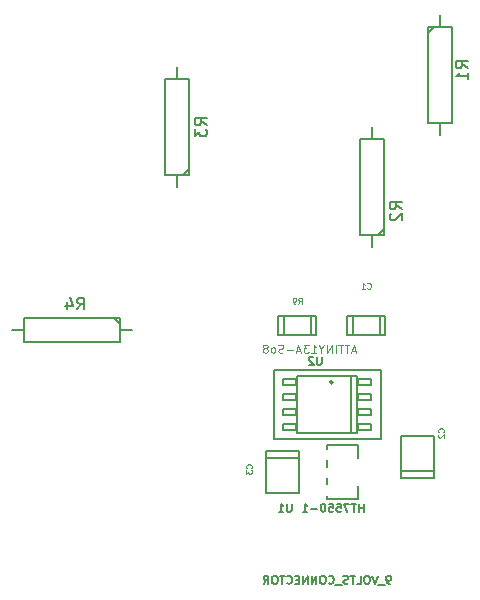
<source format=gbo>
G04 #@! TF.FileFunction,Legend,Bot*
%FSLAX46Y46*%
G04 Gerber Fmt 4.6, Leading zero omitted, Abs format (unit mm)*
G04 Created by KiCad (PCBNEW 4.0.1-stable) date 28/05/2016 22:33:24*
%MOMM*%
G01*
G04 APERTURE LIST*
%ADD10C,0.100000*%
%ADD11C,0.190500*%
%ADD12C,0.127000*%
%ADD13C,0.150000*%
%ADD14C,0.088900*%
%ADD15C,0.119380*%
%ADD16C,0.175000*%
G04 APERTURE END LIST*
D10*
D11*
X109982000Y-101854000D02*
X102171500Y-101854000D01*
X110045500Y-107696000D02*
X102171500Y-107696000D01*
X109918500Y-101854000D02*
X111188500Y-101854000D01*
X109918500Y-107696000D02*
X111188500Y-107696000D01*
X105346500Y-102362000D02*
X108902500Y-102362000D01*
X105283000Y-107188000D02*
X109093000Y-107188000D01*
X105473500Y-102362000D02*
X104140000Y-102362000D01*
X105473500Y-107188000D02*
X104140000Y-107188000D01*
X110413800Y-102626160D02*
X110413800Y-103116380D01*
X110413800Y-103116380D02*
X109313980Y-103116380D01*
X109313980Y-102626160D02*
X109313980Y-103116380D01*
X110413800Y-102626160D02*
X109313980Y-102626160D01*
X110413800Y-103896160D02*
X110413800Y-104386380D01*
X110413800Y-104386380D02*
X109313980Y-104386380D01*
X109313980Y-103896160D02*
X109313980Y-104386380D01*
X110413800Y-103896160D02*
X109313980Y-103896160D01*
X110413800Y-105163620D02*
X110413800Y-105653840D01*
X110413800Y-105653840D02*
X109313980Y-105653840D01*
X109313980Y-105163620D02*
X109313980Y-105653840D01*
X110413800Y-105163620D02*
X109313980Y-105163620D01*
X110413800Y-106433620D02*
X110413800Y-106923840D01*
X110413800Y-106923840D02*
X109313980Y-106923840D01*
X109313980Y-106433620D02*
X109313980Y-106923840D01*
X110413800Y-106433620D02*
X109313980Y-106433620D01*
X104046020Y-106433620D02*
X104046020Y-106923840D01*
X104046020Y-106923840D02*
X102946200Y-106923840D01*
X102946200Y-106433620D02*
X102946200Y-106923840D01*
X104046020Y-106433620D02*
X102946200Y-106433620D01*
X104046020Y-105163620D02*
X104046020Y-105653840D01*
X104046020Y-105653840D02*
X102946200Y-105653840D01*
X102946200Y-105163620D02*
X102946200Y-105653840D01*
X104046020Y-105163620D02*
X102946200Y-105163620D01*
X104046020Y-103896160D02*
X104046020Y-104386380D01*
X104046020Y-104386380D02*
X102946200Y-104386380D01*
X102946200Y-103896160D02*
X102946200Y-104386380D01*
X104046020Y-103896160D02*
X102946200Y-103896160D01*
X104046020Y-102626160D02*
X104046020Y-103116380D01*
X104046020Y-103116380D02*
X102946200Y-103116380D01*
X102946200Y-102626160D02*
X102946200Y-103116380D01*
X104046020Y-102626160D02*
X102946200Y-102626160D01*
X102146100Y-101876860D02*
X102146100Y-107673140D01*
X111213900Y-107673140D02*
X111213900Y-101876860D01*
X108714540Y-107172760D02*
X109214920Y-107172760D01*
X109214920Y-107172760D02*
X109214920Y-102377240D01*
X109214920Y-102377240D02*
X108714540Y-102377240D01*
X104145080Y-102377240D02*
X104145080Y-107172760D01*
X108714540Y-107172760D02*
X108714540Y-102377240D01*
X107155553Y-102870000D02*
G75*
G03X107155553Y-102870000I-158053J0D01*
G01*
D12*
X105283000Y-97231200D02*
X105283000Y-98856800D01*
X102997000Y-98856800D02*
X102997000Y-97231200D01*
X102539800Y-98856800D02*
X102539800Y-97231200D01*
X102539800Y-97231200D02*
X105740200Y-97231200D01*
X105740200Y-97231200D02*
X105740200Y-98856800D01*
X105740200Y-98856800D02*
X102539800Y-98856800D01*
X111125000Y-97231200D02*
X111125000Y-98856800D01*
X108839000Y-98856800D02*
X108839000Y-97231200D01*
X108381800Y-98856800D02*
X108381800Y-97231200D01*
X108381800Y-97231200D02*
X111582200Y-97231200D01*
X111582200Y-97231200D02*
X111582200Y-98856800D01*
X111582200Y-98856800D02*
X108381800Y-98856800D01*
X112903000Y-110426500D02*
X115697000Y-110426500D01*
X112903000Y-110998000D02*
X112903000Y-107442000D01*
X112903000Y-107442000D02*
X115697000Y-107442000D01*
X115697000Y-107442000D02*
X115697000Y-110998000D01*
X115697000Y-110998000D02*
X112903000Y-110998000D01*
D13*
X116205000Y-71755000D02*
X116205000Y-72771000D01*
X116205000Y-72771000D02*
X115189000Y-72771000D01*
X115189000Y-72771000D02*
X115189000Y-80899000D01*
X115189000Y-80899000D02*
X117221000Y-80899000D01*
X117221000Y-80899000D02*
X117221000Y-72771000D01*
X117221000Y-72771000D02*
X116205000Y-72771000D01*
X115697000Y-72771000D02*
X115189000Y-73279000D01*
X116205000Y-81915000D02*
X116205000Y-80899000D01*
X110490000Y-91440000D02*
X110490000Y-90424000D01*
X110490000Y-90424000D02*
X111506000Y-90424000D01*
X111506000Y-90424000D02*
X111506000Y-82296000D01*
X111506000Y-82296000D02*
X109474000Y-82296000D01*
X109474000Y-82296000D02*
X109474000Y-90424000D01*
X109474000Y-90424000D02*
X110490000Y-90424000D01*
X110998000Y-90424000D02*
X111506000Y-89916000D01*
X110490000Y-81280000D02*
X110490000Y-82296000D01*
X93980000Y-86360000D02*
X93980000Y-85344000D01*
X93980000Y-85344000D02*
X94996000Y-85344000D01*
X94996000Y-85344000D02*
X94996000Y-77216000D01*
X94996000Y-77216000D02*
X92964000Y-77216000D01*
X92964000Y-77216000D02*
X92964000Y-85344000D01*
X92964000Y-85344000D02*
X93980000Y-85344000D01*
X94488000Y-85344000D02*
X94996000Y-84836000D01*
X93980000Y-76200000D02*
X93980000Y-77216000D01*
X90170000Y-98425000D02*
X89154000Y-98425000D01*
X89154000Y-98425000D02*
X89154000Y-97409000D01*
X89154000Y-97409000D02*
X81026000Y-97409000D01*
X81026000Y-97409000D02*
X81026000Y-99441000D01*
X81026000Y-99441000D02*
X89154000Y-99441000D01*
X89154000Y-99441000D02*
X89154000Y-98425000D01*
X89154000Y-97917000D02*
X88646000Y-97409000D01*
X80010000Y-98425000D02*
X81026000Y-98425000D01*
D12*
X104267000Y-109283500D02*
X101473000Y-109283500D01*
X104267000Y-108712000D02*
X104267000Y-112268000D01*
X104267000Y-112268000D02*
X101473000Y-112268000D01*
X101473000Y-112268000D02*
X101473000Y-108712000D01*
X101473000Y-108712000D02*
X104267000Y-108712000D01*
D11*
X106649520Y-108491020D02*
X106649520Y-108188760D01*
X106649520Y-110091220D02*
X106649520Y-109489240D01*
X106649520Y-111490760D02*
X106649520Y-110990380D01*
X106649520Y-112791240D02*
X106649520Y-112488980D01*
X109250480Y-111688880D02*
X109250480Y-112791240D01*
X109250480Y-109291120D02*
X109250480Y-108188760D01*
X106649520Y-108188760D02*
X109250480Y-108188760D01*
X109250480Y-112791240D02*
X106649520Y-112791240D01*
D14*
X109072667Y-100192667D02*
X108739333Y-100192667D01*
X109139333Y-100392667D02*
X108906000Y-99692667D01*
X108672667Y-100392667D01*
X108539333Y-99692667D02*
X108139333Y-99692667D01*
X108339333Y-100392667D02*
X108339333Y-99692667D01*
X108006000Y-99692667D02*
X107606000Y-99692667D01*
X107806000Y-100392667D02*
X107806000Y-99692667D01*
X107372667Y-100392667D02*
X107372667Y-99692667D01*
X107039334Y-100392667D02*
X107039334Y-99692667D01*
X106639334Y-100392667D01*
X106639334Y-99692667D01*
X106172668Y-100059333D02*
X106172668Y-100392667D01*
X106406001Y-99692667D02*
X106172668Y-100059333D01*
X105939335Y-99692667D01*
X105339335Y-100392667D02*
X105739335Y-100392667D01*
X105539335Y-100392667D02*
X105539335Y-99692667D01*
X105606001Y-99792667D01*
X105672668Y-99859333D01*
X105739335Y-99892667D01*
X105106001Y-99692667D02*
X104672668Y-99692667D01*
X104906001Y-99959333D01*
X104806001Y-99959333D01*
X104739334Y-99992667D01*
X104706001Y-100026000D01*
X104672668Y-100092667D01*
X104672668Y-100259333D01*
X104706001Y-100326000D01*
X104739334Y-100359333D01*
X104806001Y-100392667D01*
X105006001Y-100392667D01*
X105072668Y-100359333D01*
X105106001Y-100326000D01*
X104406001Y-100192667D02*
X104072667Y-100192667D01*
X104472667Y-100392667D02*
X104239334Y-99692667D01*
X104006001Y-100392667D01*
X103772667Y-100126000D02*
X103239334Y-100126000D01*
X102939334Y-100359333D02*
X102839334Y-100392667D01*
X102672667Y-100392667D01*
X102606000Y-100359333D01*
X102572667Y-100326000D01*
X102539334Y-100259333D01*
X102539334Y-100192667D01*
X102572667Y-100126000D01*
X102606000Y-100092667D01*
X102672667Y-100059333D01*
X102806000Y-100026000D01*
X102872667Y-99992667D01*
X102906000Y-99959333D01*
X102939334Y-99892667D01*
X102939334Y-99826000D01*
X102906000Y-99759333D01*
X102872667Y-99726000D01*
X102806000Y-99692667D01*
X102639334Y-99692667D01*
X102539334Y-99726000D01*
X102139333Y-100392667D02*
X102206000Y-100359333D01*
X102239333Y-100326000D01*
X102272667Y-100259333D01*
X102272667Y-100059333D01*
X102239333Y-99992667D01*
X102206000Y-99959333D01*
X102139333Y-99926000D01*
X102039333Y-99926000D01*
X101972667Y-99959333D01*
X101939333Y-99992667D01*
X101906000Y-100059333D01*
X101906000Y-100259333D01*
X101939333Y-100326000D01*
X101972667Y-100359333D01*
X102039333Y-100392667D01*
X102139333Y-100392667D01*
X101506000Y-99992667D02*
X101572667Y-99959333D01*
X101606000Y-99926000D01*
X101639334Y-99859333D01*
X101639334Y-99826000D01*
X101606000Y-99759333D01*
X101572667Y-99726000D01*
X101506000Y-99692667D01*
X101372667Y-99692667D01*
X101306000Y-99726000D01*
X101272667Y-99759333D01*
X101239334Y-99826000D01*
X101239334Y-99859333D01*
X101272667Y-99926000D01*
X101306000Y-99959333D01*
X101372667Y-99992667D01*
X101506000Y-99992667D01*
X101572667Y-100026000D01*
X101606000Y-100059333D01*
X101639334Y-100126000D01*
X101639334Y-100259333D01*
X101606000Y-100326000D01*
X101572667Y-100359333D01*
X101506000Y-100392667D01*
X101372667Y-100392667D01*
X101306000Y-100359333D01*
X101272667Y-100326000D01*
X101239334Y-100259333D01*
X101239334Y-100126000D01*
X101272667Y-100059333D01*
X101306000Y-100026000D01*
X101372667Y-99992667D01*
D15*
X104223396Y-96238362D02*
X104390190Y-96000086D01*
X104509328Y-96238362D02*
X104509328Y-95737982D01*
X104318707Y-95737982D01*
X104271052Y-95761810D01*
X104247224Y-95785638D01*
X104223396Y-95833293D01*
X104223396Y-95904776D01*
X104247224Y-95952431D01*
X104271052Y-95976259D01*
X104318707Y-96000086D01*
X104509328Y-96000086D01*
X103985120Y-96238362D02*
X103889810Y-96238362D01*
X103842155Y-96214535D01*
X103818327Y-96190707D01*
X103770672Y-96119224D01*
X103746844Y-96023914D01*
X103746844Y-95833293D01*
X103770672Y-95785638D01*
X103794499Y-95761810D01*
X103842155Y-95737982D01*
X103937465Y-95737982D01*
X103985120Y-95761810D01*
X104008948Y-95785638D01*
X104032776Y-95833293D01*
X104032776Y-95952431D01*
X104008948Y-96000086D01*
X103985120Y-96023914D01*
X103937465Y-96047741D01*
X103842155Y-96047741D01*
X103794499Y-96023914D01*
X103770672Y-96000086D01*
X103746844Y-95952431D01*
X110065396Y-94920707D02*
X110089224Y-94944535D01*
X110160707Y-94968362D01*
X110208362Y-94968362D01*
X110279845Y-94944535D01*
X110327500Y-94896880D01*
X110351328Y-94849224D01*
X110375156Y-94753914D01*
X110375156Y-94682431D01*
X110351328Y-94587120D01*
X110327500Y-94539465D01*
X110279845Y-94491810D01*
X110208362Y-94467982D01*
X110160707Y-94467982D01*
X110089224Y-94491810D01*
X110065396Y-94515638D01*
X109588844Y-94968362D02*
X109874776Y-94968362D01*
X109731810Y-94968362D02*
X109731810Y-94467982D01*
X109779465Y-94539465D01*
X109827120Y-94587120D01*
X109874776Y-94610948D01*
X116510707Y-107104604D02*
X116534535Y-107080776D01*
X116558362Y-107009293D01*
X116558362Y-106961638D01*
X116534535Y-106890155D01*
X116486880Y-106842500D01*
X116439224Y-106818672D01*
X116343914Y-106794844D01*
X116272431Y-106794844D01*
X116177120Y-106818672D01*
X116129465Y-106842500D01*
X116081810Y-106890155D01*
X116057982Y-106961638D01*
X116057982Y-107009293D01*
X116081810Y-107080776D01*
X116105638Y-107104604D01*
X116105638Y-107295224D02*
X116081810Y-107319052D01*
X116057982Y-107366707D01*
X116057982Y-107485845D01*
X116081810Y-107533501D01*
X116105638Y-107557328D01*
X116153293Y-107581156D01*
X116200948Y-107581156D01*
X116272431Y-107557328D01*
X116558362Y-107271397D01*
X116558362Y-107581156D01*
D13*
X118562381Y-76287334D02*
X118086190Y-75954000D01*
X118562381Y-75715905D02*
X117562381Y-75715905D01*
X117562381Y-76096858D01*
X117610000Y-76192096D01*
X117657619Y-76239715D01*
X117752857Y-76287334D01*
X117895714Y-76287334D01*
X117990952Y-76239715D01*
X118038571Y-76192096D01*
X118086190Y-76096858D01*
X118086190Y-75715905D01*
X118562381Y-77239715D02*
X118562381Y-76668286D01*
X118562381Y-76954000D02*
X117562381Y-76954000D01*
X117705238Y-76858762D01*
X117800476Y-76763524D01*
X117848095Y-76668286D01*
X112974381Y-88225334D02*
X112498190Y-87892000D01*
X112974381Y-87653905D02*
X111974381Y-87653905D01*
X111974381Y-88034858D01*
X112022000Y-88130096D01*
X112069619Y-88177715D01*
X112164857Y-88225334D01*
X112307714Y-88225334D01*
X112402952Y-88177715D01*
X112450571Y-88130096D01*
X112498190Y-88034858D01*
X112498190Y-87653905D01*
X112069619Y-88606286D02*
X112022000Y-88653905D01*
X111974381Y-88749143D01*
X111974381Y-88987239D01*
X112022000Y-89082477D01*
X112069619Y-89130096D01*
X112164857Y-89177715D01*
X112260095Y-89177715D01*
X112402952Y-89130096D01*
X112974381Y-88558667D01*
X112974381Y-89177715D01*
X96464381Y-81113334D02*
X95988190Y-80780000D01*
X96464381Y-80541905D02*
X95464381Y-80541905D01*
X95464381Y-80922858D01*
X95512000Y-81018096D01*
X95559619Y-81065715D01*
X95654857Y-81113334D01*
X95797714Y-81113334D01*
X95892952Y-81065715D01*
X95940571Y-81018096D01*
X95988190Y-80922858D01*
X95988190Y-80541905D01*
X95464381Y-81446667D02*
X95464381Y-82065715D01*
X95845333Y-81732381D01*
X95845333Y-81875239D01*
X95892952Y-81970477D01*
X95940571Y-82018096D01*
X96035810Y-82065715D01*
X96273905Y-82065715D01*
X96369143Y-82018096D01*
X96416762Y-81970477D01*
X96464381Y-81875239D01*
X96464381Y-81589524D01*
X96416762Y-81494286D01*
X96369143Y-81446667D01*
X85510666Y-96718381D02*
X85844000Y-96242190D01*
X86082095Y-96718381D02*
X86082095Y-95718381D01*
X85701142Y-95718381D01*
X85605904Y-95766000D01*
X85558285Y-95813619D01*
X85510666Y-95908857D01*
X85510666Y-96051714D01*
X85558285Y-96146952D01*
X85605904Y-96194571D01*
X85701142Y-96242190D01*
X86082095Y-96242190D01*
X84653523Y-96051714D02*
X84653523Y-96718381D01*
X84891619Y-95670762D02*
X85129714Y-96385048D01*
X84510666Y-96385048D01*
D15*
X100254707Y-110152604D02*
X100278535Y-110128776D01*
X100302362Y-110057293D01*
X100302362Y-110009638D01*
X100278535Y-109938155D01*
X100230880Y-109890500D01*
X100183224Y-109866672D01*
X100087914Y-109842844D01*
X100016431Y-109842844D01*
X99921120Y-109866672D01*
X99873465Y-109890500D01*
X99825810Y-109938155D01*
X99801982Y-110009638D01*
X99801982Y-110057293D01*
X99825810Y-110128776D01*
X99849638Y-110152604D01*
X99801982Y-110319397D02*
X99801982Y-110629156D01*
X99992603Y-110462363D01*
X99992603Y-110533845D01*
X100016431Y-110581501D01*
X100040259Y-110605328D01*
X100087914Y-110629156D01*
X100207052Y-110629156D01*
X100254707Y-110605328D01*
X100278535Y-110581501D01*
X100302362Y-110533845D01*
X100302362Y-110390880D01*
X100278535Y-110343224D01*
X100254707Y-110319397D01*
D16*
X103657333Y-113154667D02*
X103657333Y-113721333D01*
X103624000Y-113788000D01*
X103590667Y-113821333D01*
X103524000Y-113854667D01*
X103390667Y-113854667D01*
X103324000Y-113821333D01*
X103290667Y-113788000D01*
X103257333Y-113721333D01*
X103257333Y-113154667D01*
X102557334Y-113854667D02*
X102957334Y-113854667D01*
X102757334Y-113854667D02*
X102757334Y-113154667D01*
X102824000Y-113254667D01*
X102890667Y-113321333D01*
X102957334Y-113354667D01*
X111996665Y-119950667D02*
X111863332Y-119950667D01*
X111796665Y-119917333D01*
X111763332Y-119884000D01*
X111696665Y-119784000D01*
X111663332Y-119650667D01*
X111663332Y-119384000D01*
X111696665Y-119317333D01*
X111729998Y-119284000D01*
X111796665Y-119250667D01*
X111929998Y-119250667D01*
X111996665Y-119284000D01*
X112029998Y-119317333D01*
X112063332Y-119384000D01*
X112063332Y-119550667D01*
X112029998Y-119617333D01*
X111996665Y-119650667D01*
X111929998Y-119684000D01*
X111796665Y-119684000D01*
X111729998Y-119650667D01*
X111696665Y-119617333D01*
X111663332Y-119550667D01*
X111529998Y-120017333D02*
X110996665Y-120017333D01*
X110929998Y-119250667D02*
X110696665Y-119950667D01*
X110463332Y-119250667D01*
X110096665Y-119250667D02*
X109963332Y-119250667D01*
X109896665Y-119284000D01*
X109829998Y-119350667D01*
X109796665Y-119484000D01*
X109796665Y-119717333D01*
X109829998Y-119850667D01*
X109896665Y-119917333D01*
X109963332Y-119950667D01*
X110096665Y-119950667D01*
X110163332Y-119917333D01*
X110229998Y-119850667D01*
X110263332Y-119717333D01*
X110263332Y-119484000D01*
X110229998Y-119350667D01*
X110163332Y-119284000D01*
X110096665Y-119250667D01*
X109163332Y-119950667D02*
X109496665Y-119950667D01*
X109496665Y-119250667D01*
X109029998Y-119250667D02*
X108629998Y-119250667D01*
X108829998Y-119950667D02*
X108829998Y-119250667D01*
X108429999Y-119917333D02*
X108329999Y-119950667D01*
X108163332Y-119950667D01*
X108096665Y-119917333D01*
X108063332Y-119884000D01*
X108029999Y-119817333D01*
X108029999Y-119750667D01*
X108063332Y-119684000D01*
X108096665Y-119650667D01*
X108163332Y-119617333D01*
X108296665Y-119584000D01*
X108363332Y-119550667D01*
X108396665Y-119517333D01*
X108429999Y-119450667D01*
X108429999Y-119384000D01*
X108396665Y-119317333D01*
X108363332Y-119284000D01*
X108296665Y-119250667D01*
X108129999Y-119250667D01*
X108029999Y-119284000D01*
X107896665Y-120017333D02*
X107363332Y-120017333D01*
X106796665Y-119884000D02*
X106829999Y-119917333D01*
X106929999Y-119950667D01*
X106996665Y-119950667D01*
X107096665Y-119917333D01*
X107163332Y-119850667D01*
X107196665Y-119784000D01*
X107229999Y-119650667D01*
X107229999Y-119550667D01*
X107196665Y-119417333D01*
X107163332Y-119350667D01*
X107096665Y-119284000D01*
X106996665Y-119250667D01*
X106929999Y-119250667D01*
X106829999Y-119284000D01*
X106796665Y-119317333D01*
X106363332Y-119250667D02*
X106229999Y-119250667D01*
X106163332Y-119284000D01*
X106096665Y-119350667D01*
X106063332Y-119484000D01*
X106063332Y-119717333D01*
X106096665Y-119850667D01*
X106163332Y-119917333D01*
X106229999Y-119950667D01*
X106363332Y-119950667D01*
X106429999Y-119917333D01*
X106496665Y-119850667D01*
X106529999Y-119717333D01*
X106529999Y-119484000D01*
X106496665Y-119350667D01*
X106429999Y-119284000D01*
X106363332Y-119250667D01*
X105763332Y-119950667D02*
X105763332Y-119250667D01*
X105363332Y-119950667D01*
X105363332Y-119250667D01*
X105029999Y-119950667D02*
X105029999Y-119250667D01*
X104629999Y-119950667D01*
X104629999Y-119250667D01*
X104296666Y-119584000D02*
X104063333Y-119584000D01*
X103963333Y-119950667D02*
X104296666Y-119950667D01*
X104296666Y-119250667D01*
X103963333Y-119250667D01*
X103263333Y-119884000D02*
X103296667Y-119917333D01*
X103396667Y-119950667D01*
X103463333Y-119950667D01*
X103563333Y-119917333D01*
X103630000Y-119850667D01*
X103663333Y-119784000D01*
X103696667Y-119650667D01*
X103696667Y-119550667D01*
X103663333Y-119417333D01*
X103630000Y-119350667D01*
X103563333Y-119284000D01*
X103463333Y-119250667D01*
X103396667Y-119250667D01*
X103296667Y-119284000D01*
X103263333Y-119317333D01*
X103063333Y-119250667D02*
X102663333Y-119250667D01*
X102863333Y-119950667D02*
X102863333Y-119250667D01*
X102296667Y-119250667D02*
X102163334Y-119250667D01*
X102096667Y-119284000D01*
X102030000Y-119350667D01*
X101996667Y-119484000D01*
X101996667Y-119717333D01*
X102030000Y-119850667D01*
X102096667Y-119917333D01*
X102163334Y-119950667D01*
X102296667Y-119950667D01*
X102363334Y-119917333D01*
X102430000Y-119850667D01*
X102463334Y-119717333D01*
X102463334Y-119484000D01*
X102430000Y-119350667D01*
X102363334Y-119284000D01*
X102296667Y-119250667D01*
X101296667Y-119950667D02*
X101530001Y-119617333D01*
X101696667Y-119950667D02*
X101696667Y-119250667D01*
X101430001Y-119250667D01*
X101363334Y-119284000D01*
X101330001Y-119317333D01*
X101296667Y-119384000D01*
X101296667Y-119484000D01*
X101330001Y-119550667D01*
X101363334Y-119584000D01*
X101430001Y-119617333D01*
X101696667Y-119617333D01*
X106197333Y-100708667D02*
X106197333Y-101275333D01*
X106164000Y-101342000D01*
X106130667Y-101375333D01*
X106064000Y-101408667D01*
X105930667Y-101408667D01*
X105864000Y-101375333D01*
X105830667Y-101342000D01*
X105797333Y-101275333D01*
X105797333Y-100708667D01*
X105497334Y-100775333D02*
X105464000Y-100742000D01*
X105397334Y-100708667D01*
X105230667Y-100708667D01*
X105164000Y-100742000D01*
X105130667Y-100775333D01*
X105097334Y-100842000D01*
X105097334Y-100908667D01*
X105130667Y-101008667D01*
X105530667Y-101408667D01*
X105097334Y-101408667D01*
X109754667Y-113854667D02*
X109754667Y-113154667D01*
X109754667Y-113488000D02*
X109354667Y-113488000D01*
X109354667Y-113854667D02*
X109354667Y-113154667D01*
X109121334Y-113154667D02*
X108721334Y-113154667D01*
X108921334Y-113854667D02*
X108921334Y-113154667D01*
X108554668Y-113154667D02*
X108088001Y-113154667D01*
X108388001Y-113854667D01*
X107488001Y-113154667D02*
X107821334Y-113154667D01*
X107854668Y-113488000D01*
X107821334Y-113454667D01*
X107754668Y-113421333D01*
X107588001Y-113421333D01*
X107521334Y-113454667D01*
X107488001Y-113488000D01*
X107454668Y-113554667D01*
X107454668Y-113721333D01*
X107488001Y-113788000D01*
X107521334Y-113821333D01*
X107588001Y-113854667D01*
X107754668Y-113854667D01*
X107821334Y-113821333D01*
X107854668Y-113788000D01*
X106821334Y-113154667D02*
X107154667Y-113154667D01*
X107188001Y-113488000D01*
X107154667Y-113454667D01*
X107088001Y-113421333D01*
X106921334Y-113421333D01*
X106854667Y-113454667D01*
X106821334Y-113488000D01*
X106788001Y-113554667D01*
X106788001Y-113721333D01*
X106821334Y-113788000D01*
X106854667Y-113821333D01*
X106921334Y-113854667D01*
X107088001Y-113854667D01*
X107154667Y-113821333D01*
X107188001Y-113788000D01*
X106354667Y-113154667D02*
X106288000Y-113154667D01*
X106221334Y-113188000D01*
X106188000Y-113221333D01*
X106154667Y-113288000D01*
X106121334Y-113421333D01*
X106121334Y-113588000D01*
X106154667Y-113721333D01*
X106188000Y-113788000D01*
X106221334Y-113821333D01*
X106288000Y-113854667D01*
X106354667Y-113854667D01*
X106421334Y-113821333D01*
X106454667Y-113788000D01*
X106488000Y-113721333D01*
X106521334Y-113588000D01*
X106521334Y-113421333D01*
X106488000Y-113288000D01*
X106454667Y-113221333D01*
X106421334Y-113188000D01*
X106354667Y-113154667D01*
X105821333Y-113588000D02*
X105288000Y-113588000D01*
X104588000Y-113854667D02*
X104988000Y-113854667D01*
X104788000Y-113854667D02*
X104788000Y-113154667D01*
X104854666Y-113254667D01*
X104921333Y-113321333D01*
X104988000Y-113354667D01*
M02*

</source>
